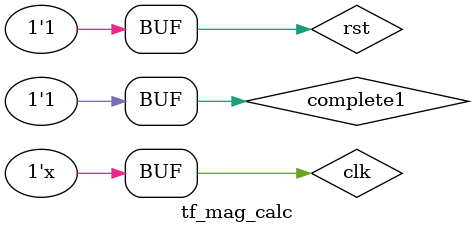
<source format=v>
`timescale 1ns / 1ps


module tf_mag_calc(

    );
    
reg         clk;
reg         rst;
reg         complete1;
reg  [7:0]  din;
reg  [7:0]  temp;
wire    signed  [7:0]   dx;   
wire    signed  [7:0]   dy;
wire        out_en; 
    
always #10 clk = ~clk;

initial begin
    clk = 'b0;
    rst = 1'b0;
    complete1 = 1'b1;
    din = 8'd0;
    #100
    rst = 1'b1;
end

always@(posedge clk or negedge rst) 
    if(rst == 1'b0)
        temp <= 8'd0;
    else if(temp == 8'd10)
        temp <= 8'd0;
    else
        temp <= temp + 8'd1;

always@(posedge clk or negedge rst) 
    if(rst == 1'b0)
        din <= 8'd0;
    else if(din > 8'd200)
        din <= 8'd0;
    else
        din <= din + temp;

    
    

mag_calc tb_mag_calc(
    .clk(clk),
    .rst(rst),
	.complete1(complete1),
    .din(din),
    .dx(dx),
    .dy(dy),
    .out_en(out_en)
    );
    
endmodule

</source>
